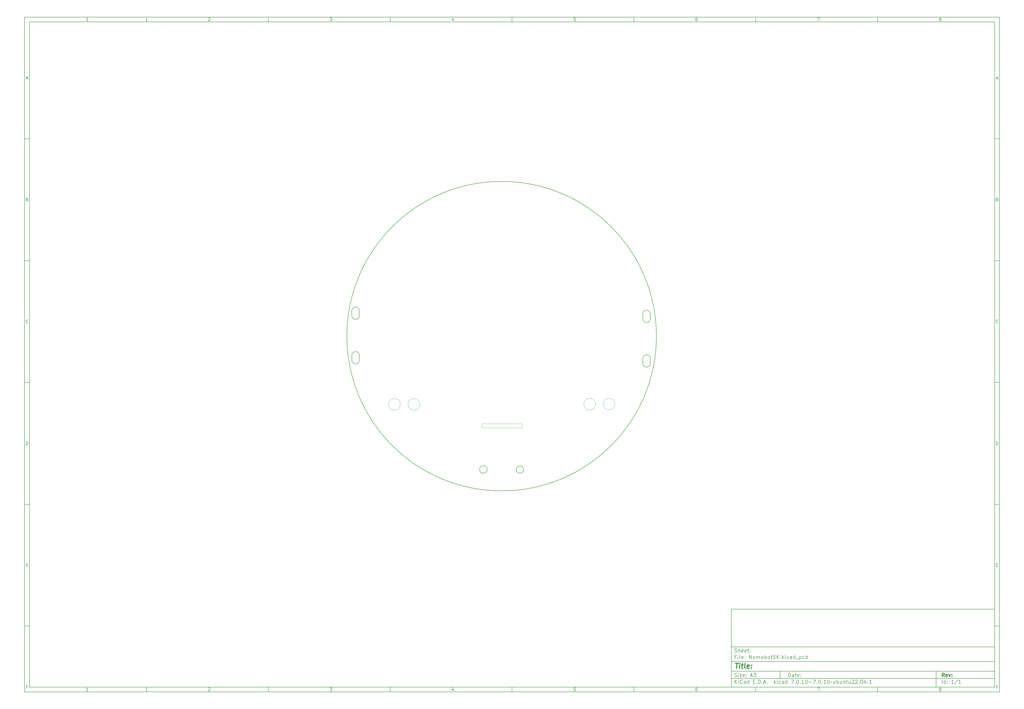
<source format=gbr>
%TF.GenerationSoftware,KiCad,Pcbnew,7.0.10-7.0.10~ubuntu22.04.1*%
%TF.CreationDate,2024-02-07T11:44:02+07:00*%
%TF.ProjectId,NomobotSK,4e6f6d6f-626f-4745-934b-2e6b69636164,rev?*%
%TF.SameCoordinates,Original*%
%TF.FileFunction,Profile,NP*%
%FSLAX46Y46*%
G04 Gerber Fmt 4.6, Leading zero omitted, Abs format (unit mm)*
G04 Created by KiCad (PCBNEW 7.0.10-7.0.10~ubuntu22.04.1) date 2024-02-07 11:44:02*
%MOMM*%
%LPD*%
G01*
G04 APERTURE LIST*
%ADD10C,0.100000*%
%ADD11C,0.150000*%
%ADD12C,0.300000*%
%ADD13C,0.400000*%
%TA.AperFunction,Profile*%
%ADD14C,0.150000*%
%TD*%
%TA.AperFunction,Profile*%
%ADD15C,0.100000*%
%TD*%
%TA.AperFunction,Profile*%
%ADD16C,0.050000*%
%TD*%
G04 APERTURE END LIST*
D10*
D11*
X299989000Y-253002200D02*
X407989000Y-253002200D01*
X407989000Y-285002200D01*
X299989000Y-285002200D01*
X299989000Y-253002200D01*
D10*
D11*
X10000000Y-10000000D02*
X409989000Y-10000000D01*
X409989000Y-287002200D01*
X10000000Y-287002200D01*
X10000000Y-10000000D01*
D10*
D11*
X12000000Y-12000000D02*
X407989000Y-12000000D01*
X407989000Y-285002200D01*
X12000000Y-285002200D01*
X12000000Y-12000000D01*
D10*
D11*
X60000000Y-12000000D02*
X60000000Y-10000000D01*
D10*
D11*
X110000000Y-12000000D02*
X110000000Y-10000000D01*
D10*
D11*
X160000000Y-12000000D02*
X160000000Y-10000000D01*
D10*
D11*
X210000000Y-12000000D02*
X210000000Y-10000000D01*
D10*
D11*
X260000000Y-12000000D02*
X260000000Y-10000000D01*
D10*
D11*
X310000000Y-12000000D02*
X310000000Y-10000000D01*
D10*
D11*
X360000000Y-12000000D02*
X360000000Y-10000000D01*
D10*
D11*
X36089160Y-11593604D02*
X35346303Y-11593604D01*
X35717731Y-11593604D02*
X35717731Y-10293604D01*
X35717731Y-10293604D02*
X35593922Y-10479319D01*
X35593922Y-10479319D02*
X35470112Y-10603128D01*
X35470112Y-10603128D02*
X35346303Y-10665033D01*
D10*
D11*
X85346303Y-10417414D02*
X85408207Y-10355509D01*
X85408207Y-10355509D02*
X85532017Y-10293604D01*
X85532017Y-10293604D02*
X85841541Y-10293604D01*
X85841541Y-10293604D02*
X85965350Y-10355509D01*
X85965350Y-10355509D02*
X86027255Y-10417414D01*
X86027255Y-10417414D02*
X86089160Y-10541223D01*
X86089160Y-10541223D02*
X86089160Y-10665033D01*
X86089160Y-10665033D02*
X86027255Y-10850747D01*
X86027255Y-10850747D02*
X85284398Y-11593604D01*
X85284398Y-11593604D02*
X86089160Y-11593604D01*
D10*
D11*
X135284398Y-10293604D02*
X136089160Y-10293604D01*
X136089160Y-10293604D02*
X135655826Y-10788842D01*
X135655826Y-10788842D02*
X135841541Y-10788842D01*
X135841541Y-10788842D02*
X135965350Y-10850747D01*
X135965350Y-10850747D02*
X136027255Y-10912652D01*
X136027255Y-10912652D02*
X136089160Y-11036461D01*
X136089160Y-11036461D02*
X136089160Y-11345985D01*
X136089160Y-11345985D02*
X136027255Y-11469795D01*
X136027255Y-11469795D02*
X135965350Y-11531700D01*
X135965350Y-11531700D02*
X135841541Y-11593604D01*
X135841541Y-11593604D02*
X135470112Y-11593604D01*
X135470112Y-11593604D02*
X135346303Y-11531700D01*
X135346303Y-11531700D02*
X135284398Y-11469795D01*
D10*
D11*
X185965350Y-10726938D02*
X185965350Y-11593604D01*
X185655826Y-10231700D02*
X185346303Y-11160271D01*
X185346303Y-11160271D02*
X186151064Y-11160271D01*
D10*
D11*
X236027255Y-10293604D02*
X235408207Y-10293604D01*
X235408207Y-10293604D02*
X235346303Y-10912652D01*
X235346303Y-10912652D02*
X235408207Y-10850747D01*
X235408207Y-10850747D02*
X235532017Y-10788842D01*
X235532017Y-10788842D02*
X235841541Y-10788842D01*
X235841541Y-10788842D02*
X235965350Y-10850747D01*
X235965350Y-10850747D02*
X236027255Y-10912652D01*
X236027255Y-10912652D02*
X236089160Y-11036461D01*
X236089160Y-11036461D02*
X236089160Y-11345985D01*
X236089160Y-11345985D02*
X236027255Y-11469795D01*
X236027255Y-11469795D02*
X235965350Y-11531700D01*
X235965350Y-11531700D02*
X235841541Y-11593604D01*
X235841541Y-11593604D02*
X235532017Y-11593604D01*
X235532017Y-11593604D02*
X235408207Y-11531700D01*
X235408207Y-11531700D02*
X235346303Y-11469795D01*
D10*
D11*
X285965350Y-10293604D02*
X285717731Y-10293604D01*
X285717731Y-10293604D02*
X285593922Y-10355509D01*
X285593922Y-10355509D02*
X285532017Y-10417414D01*
X285532017Y-10417414D02*
X285408207Y-10603128D01*
X285408207Y-10603128D02*
X285346303Y-10850747D01*
X285346303Y-10850747D02*
X285346303Y-11345985D01*
X285346303Y-11345985D02*
X285408207Y-11469795D01*
X285408207Y-11469795D02*
X285470112Y-11531700D01*
X285470112Y-11531700D02*
X285593922Y-11593604D01*
X285593922Y-11593604D02*
X285841541Y-11593604D01*
X285841541Y-11593604D02*
X285965350Y-11531700D01*
X285965350Y-11531700D02*
X286027255Y-11469795D01*
X286027255Y-11469795D02*
X286089160Y-11345985D01*
X286089160Y-11345985D02*
X286089160Y-11036461D01*
X286089160Y-11036461D02*
X286027255Y-10912652D01*
X286027255Y-10912652D02*
X285965350Y-10850747D01*
X285965350Y-10850747D02*
X285841541Y-10788842D01*
X285841541Y-10788842D02*
X285593922Y-10788842D01*
X285593922Y-10788842D02*
X285470112Y-10850747D01*
X285470112Y-10850747D02*
X285408207Y-10912652D01*
X285408207Y-10912652D02*
X285346303Y-11036461D01*
D10*
D11*
X335284398Y-10293604D02*
X336151064Y-10293604D01*
X336151064Y-10293604D02*
X335593922Y-11593604D01*
D10*
D11*
X385593922Y-10850747D02*
X385470112Y-10788842D01*
X385470112Y-10788842D02*
X385408207Y-10726938D01*
X385408207Y-10726938D02*
X385346303Y-10603128D01*
X385346303Y-10603128D02*
X385346303Y-10541223D01*
X385346303Y-10541223D02*
X385408207Y-10417414D01*
X385408207Y-10417414D02*
X385470112Y-10355509D01*
X385470112Y-10355509D02*
X385593922Y-10293604D01*
X385593922Y-10293604D02*
X385841541Y-10293604D01*
X385841541Y-10293604D02*
X385965350Y-10355509D01*
X385965350Y-10355509D02*
X386027255Y-10417414D01*
X386027255Y-10417414D02*
X386089160Y-10541223D01*
X386089160Y-10541223D02*
X386089160Y-10603128D01*
X386089160Y-10603128D02*
X386027255Y-10726938D01*
X386027255Y-10726938D02*
X385965350Y-10788842D01*
X385965350Y-10788842D02*
X385841541Y-10850747D01*
X385841541Y-10850747D02*
X385593922Y-10850747D01*
X385593922Y-10850747D02*
X385470112Y-10912652D01*
X385470112Y-10912652D02*
X385408207Y-10974557D01*
X385408207Y-10974557D02*
X385346303Y-11098366D01*
X385346303Y-11098366D02*
X385346303Y-11345985D01*
X385346303Y-11345985D02*
X385408207Y-11469795D01*
X385408207Y-11469795D02*
X385470112Y-11531700D01*
X385470112Y-11531700D02*
X385593922Y-11593604D01*
X385593922Y-11593604D02*
X385841541Y-11593604D01*
X385841541Y-11593604D02*
X385965350Y-11531700D01*
X385965350Y-11531700D02*
X386027255Y-11469795D01*
X386027255Y-11469795D02*
X386089160Y-11345985D01*
X386089160Y-11345985D02*
X386089160Y-11098366D01*
X386089160Y-11098366D02*
X386027255Y-10974557D01*
X386027255Y-10974557D02*
X385965350Y-10912652D01*
X385965350Y-10912652D02*
X385841541Y-10850747D01*
D10*
D11*
X60000000Y-285002200D02*
X60000000Y-287002200D01*
D10*
D11*
X110000000Y-285002200D02*
X110000000Y-287002200D01*
D10*
D11*
X160000000Y-285002200D02*
X160000000Y-287002200D01*
D10*
D11*
X210000000Y-285002200D02*
X210000000Y-287002200D01*
D10*
D11*
X260000000Y-285002200D02*
X260000000Y-287002200D01*
D10*
D11*
X310000000Y-285002200D02*
X310000000Y-287002200D01*
D10*
D11*
X360000000Y-285002200D02*
X360000000Y-287002200D01*
D10*
D11*
X36089160Y-286595804D02*
X35346303Y-286595804D01*
X35717731Y-286595804D02*
X35717731Y-285295804D01*
X35717731Y-285295804D02*
X35593922Y-285481519D01*
X35593922Y-285481519D02*
X35470112Y-285605328D01*
X35470112Y-285605328D02*
X35346303Y-285667233D01*
D10*
D11*
X85346303Y-285419614D02*
X85408207Y-285357709D01*
X85408207Y-285357709D02*
X85532017Y-285295804D01*
X85532017Y-285295804D02*
X85841541Y-285295804D01*
X85841541Y-285295804D02*
X85965350Y-285357709D01*
X85965350Y-285357709D02*
X86027255Y-285419614D01*
X86027255Y-285419614D02*
X86089160Y-285543423D01*
X86089160Y-285543423D02*
X86089160Y-285667233D01*
X86089160Y-285667233D02*
X86027255Y-285852947D01*
X86027255Y-285852947D02*
X85284398Y-286595804D01*
X85284398Y-286595804D02*
X86089160Y-286595804D01*
D10*
D11*
X135284398Y-285295804D02*
X136089160Y-285295804D01*
X136089160Y-285295804D02*
X135655826Y-285791042D01*
X135655826Y-285791042D02*
X135841541Y-285791042D01*
X135841541Y-285791042D02*
X135965350Y-285852947D01*
X135965350Y-285852947D02*
X136027255Y-285914852D01*
X136027255Y-285914852D02*
X136089160Y-286038661D01*
X136089160Y-286038661D02*
X136089160Y-286348185D01*
X136089160Y-286348185D02*
X136027255Y-286471995D01*
X136027255Y-286471995D02*
X135965350Y-286533900D01*
X135965350Y-286533900D02*
X135841541Y-286595804D01*
X135841541Y-286595804D02*
X135470112Y-286595804D01*
X135470112Y-286595804D02*
X135346303Y-286533900D01*
X135346303Y-286533900D02*
X135284398Y-286471995D01*
D10*
D11*
X185965350Y-285729138D02*
X185965350Y-286595804D01*
X185655826Y-285233900D02*
X185346303Y-286162471D01*
X185346303Y-286162471D02*
X186151064Y-286162471D01*
D10*
D11*
X236027255Y-285295804D02*
X235408207Y-285295804D01*
X235408207Y-285295804D02*
X235346303Y-285914852D01*
X235346303Y-285914852D02*
X235408207Y-285852947D01*
X235408207Y-285852947D02*
X235532017Y-285791042D01*
X235532017Y-285791042D02*
X235841541Y-285791042D01*
X235841541Y-285791042D02*
X235965350Y-285852947D01*
X235965350Y-285852947D02*
X236027255Y-285914852D01*
X236027255Y-285914852D02*
X236089160Y-286038661D01*
X236089160Y-286038661D02*
X236089160Y-286348185D01*
X236089160Y-286348185D02*
X236027255Y-286471995D01*
X236027255Y-286471995D02*
X235965350Y-286533900D01*
X235965350Y-286533900D02*
X235841541Y-286595804D01*
X235841541Y-286595804D02*
X235532017Y-286595804D01*
X235532017Y-286595804D02*
X235408207Y-286533900D01*
X235408207Y-286533900D02*
X235346303Y-286471995D01*
D10*
D11*
X285965350Y-285295804D02*
X285717731Y-285295804D01*
X285717731Y-285295804D02*
X285593922Y-285357709D01*
X285593922Y-285357709D02*
X285532017Y-285419614D01*
X285532017Y-285419614D02*
X285408207Y-285605328D01*
X285408207Y-285605328D02*
X285346303Y-285852947D01*
X285346303Y-285852947D02*
X285346303Y-286348185D01*
X285346303Y-286348185D02*
X285408207Y-286471995D01*
X285408207Y-286471995D02*
X285470112Y-286533900D01*
X285470112Y-286533900D02*
X285593922Y-286595804D01*
X285593922Y-286595804D02*
X285841541Y-286595804D01*
X285841541Y-286595804D02*
X285965350Y-286533900D01*
X285965350Y-286533900D02*
X286027255Y-286471995D01*
X286027255Y-286471995D02*
X286089160Y-286348185D01*
X286089160Y-286348185D02*
X286089160Y-286038661D01*
X286089160Y-286038661D02*
X286027255Y-285914852D01*
X286027255Y-285914852D02*
X285965350Y-285852947D01*
X285965350Y-285852947D02*
X285841541Y-285791042D01*
X285841541Y-285791042D02*
X285593922Y-285791042D01*
X285593922Y-285791042D02*
X285470112Y-285852947D01*
X285470112Y-285852947D02*
X285408207Y-285914852D01*
X285408207Y-285914852D02*
X285346303Y-286038661D01*
D10*
D11*
X335284398Y-285295804D02*
X336151064Y-285295804D01*
X336151064Y-285295804D02*
X335593922Y-286595804D01*
D10*
D11*
X385593922Y-285852947D02*
X385470112Y-285791042D01*
X385470112Y-285791042D02*
X385408207Y-285729138D01*
X385408207Y-285729138D02*
X385346303Y-285605328D01*
X385346303Y-285605328D02*
X385346303Y-285543423D01*
X385346303Y-285543423D02*
X385408207Y-285419614D01*
X385408207Y-285419614D02*
X385470112Y-285357709D01*
X385470112Y-285357709D02*
X385593922Y-285295804D01*
X385593922Y-285295804D02*
X385841541Y-285295804D01*
X385841541Y-285295804D02*
X385965350Y-285357709D01*
X385965350Y-285357709D02*
X386027255Y-285419614D01*
X386027255Y-285419614D02*
X386089160Y-285543423D01*
X386089160Y-285543423D02*
X386089160Y-285605328D01*
X386089160Y-285605328D02*
X386027255Y-285729138D01*
X386027255Y-285729138D02*
X385965350Y-285791042D01*
X385965350Y-285791042D02*
X385841541Y-285852947D01*
X385841541Y-285852947D02*
X385593922Y-285852947D01*
X385593922Y-285852947D02*
X385470112Y-285914852D01*
X385470112Y-285914852D02*
X385408207Y-285976757D01*
X385408207Y-285976757D02*
X385346303Y-286100566D01*
X385346303Y-286100566D02*
X385346303Y-286348185D01*
X385346303Y-286348185D02*
X385408207Y-286471995D01*
X385408207Y-286471995D02*
X385470112Y-286533900D01*
X385470112Y-286533900D02*
X385593922Y-286595804D01*
X385593922Y-286595804D02*
X385841541Y-286595804D01*
X385841541Y-286595804D02*
X385965350Y-286533900D01*
X385965350Y-286533900D02*
X386027255Y-286471995D01*
X386027255Y-286471995D02*
X386089160Y-286348185D01*
X386089160Y-286348185D02*
X386089160Y-286100566D01*
X386089160Y-286100566D02*
X386027255Y-285976757D01*
X386027255Y-285976757D02*
X385965350Y-285914852D01*
X385965350Y-285914852D02*
X385841541Y-285852947D01*
D10*
D11*
X10000000Y-60000000D02*
X12000000Y-60000000D01*
D10*
D11*
X10000000Y-110000000D02*
X12000000Y-110000000D01*
D10*
D11*
X10000000Y-160000000D02*
X12000000Y-160000000D01*
D10*
D11*
X10000000Y-210000000D02*
X12000000Y-210000000D01*
D10*
D11*
X10000000Y-260000000D02*
X12000000Y-260000000D01*
D10*
D11*
X10690476Y-35222176D02*
X11309523Y-35222176D01*
X10566666Y-35593604D02*
X10999999Y-34293604D01*
X10999999Y-34293604D02*
X11433333Y-35593604D01*
D10*
D11*
X11092857Y-84912652D02*
X11278571Y-84974557D01*
X11278571Y-84974557D02*
X11340476Y-85036461D01*
X11340476Y-85036461D02*
X11402380Y-85160271D01*
X11402380Y-85160271D02*
X11402380Y-85345985D01*
X11402380Y-85345985D02*
X11340476Y-85469795D01*
X11340476Y-85469795D02*
X11278571Y-85531700D01*
X11278571Y-85531700D02*
X11154761Y-85593604D01*
X11154761Y-85593604D02*
X10659523Y-85593604D01*
X10659523Y-85593604D02*
X10659523Y-84293604D01*
X10659523Y-84293604D02*
X11092857Y-84293604D01*
X11092857Y-84293604D02*
X11216666Y-84355509D01*
X11216666Y-84355509D02*
X11278571Y-84417414D01*
X11278571Y-84417414D02*
X11340476Y-84541223D01*
X11340476Y-84541223D02*
X11340476Y-84665033D01*
X11340476Y-84665033D02*
X11278571Y-84788842D01*
X11278571Y-84788842D02*
X11216666Y-84850747D01*
X11216666Y-84850747D02*
X11092857Y-84912652D01*
X11092857Y-84912652D02*
X10659523Y-84912652D01*
D10*
D11*
X11402380Y-135469795D02*
X11340476Y-135531700D01*
X11340476Y-135531700D02*
X11154761Y-135593604D01*
X11154761Y-135593604D02*
X11030952Y-135593604D01*
X11030952Y-135593604D02*
X10845238Y-135531700D01*
X10845238Y-135531700D02*
X10721428Y-135407890D01*
X10721428Y-135407890D02*
X10659523Y-135284080D01*
X10659523Y-135284080D02*
X10597619Y-135036461D01*
X10597619Y-135036461D02*
X10597619Y-134850747D01*
X10597619Y-134850747D02*
X10659523Y-134603128D01*
X10659523Y-134603128D02*
X10721428Y-134479319D01*
X10721428Y-134479319D02*
X10845238Y-134355509D01*
X10845238Y-134355509D02*
X11030952Y-134293604D01*
X11030952Y-134293604D02*
X11154761Y-134293604D01*
X11154761Y-134293604D02*
X11340476Y-134355509D01*
X11340476Y-134355509D02*
X11402380Y-134417414D01*
D10*
D11*
X10659523Y-185593604D02*
X10659523Y-184293604D01*
X10659523Y-184293604D02*
X10969047Y-184293604D01*
X10969047Y-184293604D02*
X11154761Y-184355509D01*
X11154761Y-184355509D02*
X11278571Y-184479319D01*
X11278571Y-184479319D02*
X11340476Y-184603128D01*
X11340476Y-184603128D02*
X11402380Y-184850747D01*
X11402380Y-184850747D02*
X11402380Y-185036461D01*
X11402380Y-185036461D02*
X11340476Y-185284080D01*
X11340476Y-185284080D02*
X11278571Y-185407890D01*
X11278571Y-185407890D02*
X11154761Y-185531700D01*
X11154761Y-185531700D02*
X10969047Y-185593604D01*
X10969047Y-185593604D02*
X10659523Y-185593604D01*
D10*
D11*
X10721428Y-234912652D02*
X11154762Y-234912652D01*
X11340476Y-235593604D02*
X10721428Y-235593604D01*
X10721428Y-235593604D02*
X10721428Y-234293604D01*
X10721428Y-234293604D02*
X11340476Y-234293604D01*
D10*
D11*
X11185714Y-284912652D02*
X10752380Y-284912652D01*
X10752380Y-285593604D02*
X10752380Y-284293604D01*
X10752380Y-284293604D02*
X11371428Y-284293604D01*
D10*
D11*
X409989000Y-60000000D02*
X407989000Y-60000000D01*
D10*
D11*
X409989000Y-110000000D02*
X407989000Y-110000000D01*
D10*
D11*
X409989000Y-160000000D02*
X407989000Y-160000000D01*
D10*
D11*
X409989000Y-210000000D02*
X407989000Y-210000000D01*
D10*
D11*
X409989000Y-260000000D02*
X407989000Y-260000000D01*
D10*
D11*
X408679476Y-35222176D02*
X409298523Y-35222176D01*
X408555666Y-35593604D02*
X408988999Y-34293604D01*
X408988999Y-34293604D02*
X409422333Y-35593604D01*
D10*
D11*
X409081857Y-84912652D02*
X409267571Y-84974557D01*
X409267571Y-84974557D02*
X409329476Y-85036461D01*
X409329476Y-85036461D02*
X409391380Y-85160271D01*
X409391380Y-85160271D02*
X409391380Y-85345985D01*
X409391380Y-85345985D02*
X409329476Y-85469795D01*
X409329476Y-85469795D02*
X409267571Y-85531700D01*
X409267571Y-85531700D02*
X409143761Y-85593604D01*
X409143761Y-85593604D02*
X408648523Y-85593604D01*
X408648523Y-85593604D02*
X408648523Y-84293604D01*
X408648523Y-84293604D02*
X409081857Y-84293604D01*
X409081857Y-84293604D02*
X409205666Y-84355509D01*
X409205666Y-84355509D02*
X409267571Y-84417414D01*
X409267571Y-84417414D02*
X409329476Y-84541223D01*
X409329476Y-84541223D02*
X409329476Y-84665033D01*
X409329476Y-84665033D02*
X409267571Y-84788842D01*
X409267571Y-84788842D02*
X409205666Y-84850747D01*
X409205666Y-84850747D02*
X409081857Y-84912652D01*
X409081857Y-84912652D02*
X408648523Y-84912652D01*
D10*
D11*
X409391380Y-135469795D02*
X409329476Y-135531700D01*
X409329476Y-135531700D02*
X409143761Y-135593604D01*
X409143761Y-135593604D02*
X409019952Y-135593604D01*
X409019952Y-135593604D02*
X408834238Y-135531700D01*
X408834238Y-135531700D02*
X408710428Y-135407890D01*
X408710428Y-135407890D02*
X408648523Y-135284080D01*
X408648523Y-135284080D02*
X408586619Y-135036461D01*
X408586619Y-135036461D02*
X408586619Y-134850747D01*
X408586619Y-134850747D02*
X408648523Y-134603128D01*
X408648523Y-134603128D02*
X408710428Y-134479319D01*
X408710428Y-134479319D02*
X408834238Y-134355509D01*
X408834238Y-134355509D02*
X409019952Y-134293604D01*
X409019952Y-134293604D02*
X409143761Y-134293604D01*
X409143761Y-134293604D02*
X409329476Y-134355509D01*
X409329476Y-134355509D02*
X409391380Y-134417414D01*
D10*
D11*
X408648523Y-185593604D02*
X408648523Y-184293604D01*
X408648523Y-184293604D02*
X408958047Y-184293604D01*
X408958047Y-184293604D02*
X409143761Y-184355509D01*
X409143761Y-184355509D02*
X409267571Y-184479319D01*
X409267571Y-184479319D02*
X409329476Y-184603128D01*
X409329476Y-184603128D02*
X409391380Y-184850747D01*
X409391380Y-184850747D02*
X409391380Y-185036461D01*
X409391380Y-185036461D02*
X409329476Y-185284080D01*
X409329476Y-185284080D02*
X409267571Y-185407890D01*
X409267571Y-185407890D02*
X409143761Y-185531700D01*
X409143761Y-185531700D02*
X408958047Y-185593604D01*
X408958047Y-185593604D02*
X408648523Y-185593604D01*
D10*
D11*
X408710428Y-234912652D02*
X409143762Y-234912652D01*
X409329476Y-235593604D02*
X408710428Y-235593604D01*
X408710428Y-235593604D02*
X408710428Y-234293604D01*
X408710428Y-234293604D02*
X409329476Y-234293604D01*
D10*
D11*
X409174714Y-284912652D02*
X408741380Y-284912652D01*
X408741380Y-285593604D02*
X408741380Y-284293604D01*
X408741380Y-284293604D02*
X409360428Y-284293604D01*
D10*
D11*
X323444826Y-280788328D02*
X323444826Y-279288328D01*
X323444826Y-279288328D02*
X323801969Y-279288328D01*
X323801969Y-279288328D02*
X324016255Y-279359757D01*
X324016255Y-279359757D02*
X324159112Y-279502614D01*
X324159112Y-279502614D02*
X324230541Y-279645471D01*
X324230541Y-279645471D02*
X324301969Y-279931185D01*
X324301969Y-279931185D02*
X324301969Y-280145471D01*
X324301969Y-280145471D02*
X324230541Y-280431185D01*
X324230541Y-280431185D02*
X324159112Y-280574042D01*
X324159112Y-280574042D02*
X324016255Y-280716900D01*
X324016255Y-280716900D02*
X323801969Y-280788328D01*
X323801969Y-280788328D02*
X323444826Y-280788328D01*
X325587684Y-280788328D02*
X325587684Y-280002614D01*
X325587684Y-280002614D02*
X325516255Y-279859757D01*
X325516255Y-279859757D02*
X325373398Y-279788328D01*
X325373398Y-279788328D02*
X325087684Y-279788328D01*
X325087684Y-279788328D02*
X324944826Y-279859757D01*
X325587684Y-280716900D02*
X325444826Y-280788328D01*
X325444826Y-280788328D02*
X325087684Y-280788328D01*
X325087684Y-280788328D02*
X324944826Y-280716900D01*
X324944826Y-280716900D02*
X324873398Y-280574042D01*
X324873398Y-280574042D02*
X324873398Y-280431185D01*
X324873398Y-280431185D02*
X324944826Y-280288328D01*
X324944826Y-280288328D02*
X325087684Y-280216900D01*
X325087684Y-280216900D02*
X325444826Y-280216900D01*
X325444826Y-280216900D02*
X325587684Y-280145471D01*
X326087684Y-279788328D02*
X326659112Y-279788328D01*
X326301969Y-279288328D02*
X326301969Y-280574042D01*
X326301969Y-280574042D02*
X326373398Y-280716900D01*
X326373398Y-280716900D02*
X326516255Y-280788328D01*
X326516255Y-280788328D02*
X326659112Y-280788328D01*
X327730541Y-280716900D02*
X327587684Y-280788328D01*
X327587684Y-280788328D02*
X327301970Y-280788328D01*
X327301970Y-280788328D02*
X327159112Y-280716900D01*
X327159112Y-280716900D02*
X327087684Y-280574042D01*
X327087684Y-280574042D02*
X327087684Y-280002614D01*
X327087684Y-280002614D02*
X327159112Y-279859757D01*
X327159112Y-279859757D02*
X327301970Y-279788328D01*
X327301970Y-279788328D02*
X327587684Y-279788328D01*
X327587684Y-279788328D02*
X327730541Y-279859757D01*
X327730541Y-279859757D02*
X327801970Y-280002614D01*
X327801970Y-280002614D02*
X327801970Y-280145471D01*
X327801970Y-280145471D02*
X327087684Y-280288328D01*
X328444826Y-280645471D02*
X328516255Y-280716900D01*
X328516255Y-280716900D02*
X328444826Y-280788328D01*
X328444826Y-280788328D02*
X328373398Y-280716900D01*
X328373398Y-280716900D02*
X328444826Y-280645471D01*
X328444826Y-280645471D02*
X328444826Y-280788328D01*
X328444826Y-279859757D02*
X328516255Y-279931185D01*
X328516255Y-279931185D02*
X328444826Y-280002614D01*
X328444826Y-280002614D02*
X328373398Y-279931185D01*
X328373398Y-279931185D02*
X328444826Y-279859757D01*
X328444826Y-279859757D02*
X328444826Y-280002614D01*
D10*
D11*
X299989000Y-281502200D02*
X407989000Y-281502200D01*
D10*
D11*
X301444826Y-283588328D02*
X301444826Y-282088328D01*
X302301969Y-283588328D02*
X301659112Y-282731185D01*
X302301969Y-282088328D02*
X301444826Y-282945471D01*
X302944826Y-283588328D02*
X302944826Y-282588328D01*
X302944826Y-282088328D02*
X302873398Y-282159757D01*
X302873398Y-282159757D02*
X302944826Y-282231185D01*
X302944826Y-282231185D02*
X303016255Y-282159757D01*
X303016255Y-282159757D02*
X302944826Y-282088328D01*
X302944826Y-282088328D02*
X302944826Y-282231185D01*
X304516255Y-283445471D02*
X304444827Y-283516900D01*
X304444827Y-283516900D02*
X304230541Y-283588328D01*
X304230541Y-283588328D02*
X304087684Y-283588328D01*
X304087684Y-283588328D02*
X303873398Y-283516900D01*
X303873398Y-283516900D02*
X303730541Y-283374042D01*
X303730541Y-283374042D02*
X303659112Y-283231185D01*
X303659112Y-283231185D02*
X303587684Y-282945471D01*
X303587684Y-282945471D02*
X303587684Y-282731185D01*
X303587684Y-282731185D02*
X303659112Y-282445471D01*
X303659112Y-282445471D02*
X303730541Y-282302614D01*
X303730541Y-282302614D02*
X303873398Y-282159757D01*
X303873398Y-282159757D02*
X304087684Y-282088328D01*
X304087684Y-282088328D02*
X304230541Y-282088328D01*
X304230541Y-282088328D02*
X304444827Y-282159757D01*
X304444827Y-282159757D02*
X304516255Y-282231185D01*
X305801970Y-283588328D02*
X305801970Y-282802614D01*
X305801970Y-282802614D02*
X305730541Y-282659757D01*
X305730541Y-282659757D02*
X305587684Y-282588328D01*
X305587684Y-282588328D02*
X305301970Y-282588328D01*
X305301970Y-282588328D02*
X305159112Y-282659757D01*
X305801970Y-283516900D02*
X305659112Y-283588328D01*
X305659112Y-283588328D02*
X305301970Y-283588328D01*
X305301970Y-283588328D02*
X305159112Y-283516900D01*
X305159112Y-283516900D02*
X305087684Y-283374042D01*
X305087684Y-283374042D02*
X305087684Y-283231185D01*
X305087684Y-283231185D02*
X305159112Y-283088328D01*
X305159112Y-283088328D02*
X305301970Y-283016900D01*
X305301970Y-283016900D02*
X305659112Y-283016900D01*
X305659112Y-283016900D02*
X305801970Y-282945471D01*
X307159113Y-283588328D02*
X307159113Y-282088328D01*
X307159113Y-283516900D02*
X307016255Y-283588328D01*
X307016255Y-283588328D02*
X306730541Y-283588328D01*
X306730541Y-283588328D02*
X306587684Y-283516900D01*
X306587684Y-283516900D02*
X306516255Y-283445471D01*
X306516255Y-283445471D02*
X306444827Y-283302614D01*
X306444827Y-283302614D02*
X306444827Y-282874042D01*
X306444827Y-282874042D02*
X306516255Y-282731185D01*
X306516255Y-282731185D02*
X306587684Y-282659757D01*
X306587684Y-282659757D02*
X306730541Y-282588328D01*
X306730541Y-282588328D02*
X307016255Y-282588328D01*
X307016255Y-282588328D02*
X307159113Y-282659757D01*
X309016255Y-282802614D02*
X309516255Y-282802614D01*
X309730541Y-283588328D02*
X309016255Y-283588328D01*
X309016255Y-283588328D02*
X309016255Y-282088328D01*
X309016255Y-282088328D02*
X309730541Y-282088328D01*
X310373398Y-283445471D02*
X310444827Y-283516900D01*
X310444827Y-283516900D02*
X310373398Y-283588328D01*
X310373398Y-283588328D02*
X310301970Y-283516900D01*
X310301970Y-283516900D02*
X310373398Y-283445471D01*
X310373398Y-283445471D02*
X310373398Y-283588328D01*
X311087684Y-283588328D02*
X311087684Y-282088328D01*
X311087684Y-282088328D02*
X311444827Y-282088328D01*
X311444827Y-282088328D02*
X311659113Y-282159757D01*
X311659113Y-282159757D02*
X311801970Y-282302614D01*
X311801970Y-282302614D02*
X311873399Y-282445471D01*
X311873399Y-282445471D02*
X311944827Y-282731185D01*
X311944827Y-282731185D02*
X311944827Y-282945471D01*
X311944827Y-282945471D02*
X311873399Y-283231185D01*
X311873399Y-283231185D02*
X311801970Y-283374042D01*
X311801970Y-283374042D02*
X311659113Y-283516900D01*
X311659113Y-283516900D02*
X311444827Y-283588328D01*
X311444827Y-283588328D02*
X311087684Y-283588328D01*
X312587684Y-283445471D02*
X312659113Y-283516900D01*
X312659113Y-283516900D02*
X312587684Y-283588328D01*
X312587684Y-283588328D02*
X312516256Y-283516900D01*
X312516256Y-283516900D02*
X312587684Y-283445471D01*
X312587684Y-283445471D02*
X312587684Y-283588328D01*
X313230542Y-283159757D02*
X313944828Y-283159757D01*
X313087685Y-283588328D02*
X313587685Y-282088328D01*
X313587685Y-282088328D02*
X314087685Y-283588328D01*
X314587684Y-283445471D02*
X314659113Y-283516900D01*
X314659113Y-283516900D02*
X314587684Y-283588328D01*
X314587684Y-283588328D02*
X314516256Y-283516900D01*
X314516256Y-283516900D02*
X314587684Y-283445471D01*
X314587684Y-283445471D02*
X314587684Y-283588328D01*
X317587684Y-283588328D02*
X317587684Y-282088328D01*
X317730542Y-283016900D02*
X318159113Y-283588328D01*
X318159113Y-282588328D02*
X317587684Y-283159757D01*
X318801970Y-283588328D02*
X318801970Y-282588328D01*
X318801970Y-282088328D02*
X318730542Y-282159757D01*
X318730542Y-282159757D02*
X318801970Y-282231185D01*
X318801970Y-282231185D02*
X318873399Y-282159757D01*
X318873399Y-282159757D02*
X318801970Y-282088328D01*
X318801970Y-282088328D02*
X318801970Y-282231185D01*
X320159114Y-283516900D02*
X320016256Y-283588328D01*
X320016256Y-283588328D02*
X319730542Y-283588328D01*
X319730542Y-283588328D02*
X319587685Y-283516900D01*
X319587685Y-283516900D02*
X319516256Y-283445471D01*
X319516256Y-283445471D02*
X319444828Y-283302614D01*
X319444828Y-283302614D02*
X319444828Y-282874042D01*
X319444828Y-282874042D02*
X319516256Y-282731185D01*
X319516256Y-282731185D02*
X319587685Y-282659757D01*
X319587685Y-282659757D02*
X319730542Y-282588328D01*
X319730542Y-282588328D02*
X320016256Y-282588328D01*
X320016256Y-282588328D02*
X320159114Y-282659757D01*
X321444828Y-283588328D02*
X321444828Y-282802614D01*
X321444828Y-282802614D02*
X321373399Y-282659757D01*
X321373399Y-282659757D02*
X321230542Y-282588328D01*
X321230542Y-282588328D02*
X320944828Y-282588328D01*
X320944828Y-282588328D02*
X320801970Y-282659757D01*
X321444828Y-283516900D02*
X321301970Y-283588328D01*
X321301970Y-283588328D02*
X320944828Y-283588328D01*
X320944828Y-283588328D02*
X320801970Y-283516900D01*
X320801970Y-283516900D02*
X320730542Y-283374042D01*
X320730542Y-283374042D02*
X320730542Y-283231185D01*
X320730542Y-283231185D02*
X320801970Y-283088328D01*
X320801970Y-283088328D02*
X320944828Y-283016900D01*
X320944828Y-283016900D02*
X321301970Y-283016900D01*
X321301970Y-283016900D02*
X321444828Y-282945471D01*
X322801971Y-283588328D02*
X322801971Y-282088328D01*
X322801971Y-283516900D02*
X322659113Y-283588328D01*
X322659113Y-283588328D02*
X322373399Y-283588328D01*
X322373399Y-283588328D02*
X322230542Y-283516900D01*
X322230542Y-283516900D02*
X322159113Y-283445471D01*
X322159113Y-283445471D02*
X322087685Y-283302614D01*
X322087685Y-283302614D02*
X322087685Y-282874042D01*
X322087685Y-282874042D02*
X322159113Y-282731185D01*
X322159113Y-282731185D02*
X322230542Y-282659757D01*
X322230542Y-282659757D02*
X322373399Y-282588328D01*
X322373399Y-282588328D02*
X322659113Y-282588328D01*
X322659113Y-282588328D02*
X322801971Y-282659757D01*
X324516256Y-282088328D02*
X325516256Y-282088328D01*
X325516256Y-282088328D02*
X324873399Y-283588328D01*
X326087684Y-283445471D02*
X326159113Y-283516900D01*
X326159113Y-283516900D02*
X326087684Y-283588328D01*
X326087684Y-283588328D02*
X326016256Y-283516900D01*
X326016256Y-283516900D02*
X326087684Y-283445471D01*
X326087684Y-283445471D02*
X326087684Y-283588328D01*
X327087685Y-282088328D02*
X327230542Y-282088328D01*
X327230542Y-282088328D02*
X327373399Y-282159757D01*
X327373399Y-282159757D02*
X327444828Y-282231185D01*
X327444828Y-282231185D02*
X327516256Y-282374042D01*
X327516256Y-282374042D02*
X327587685Y-282659757D01*
X327587685Y-282659757D02*
X327587685Y-283016900D01*
X327587685Y-283016900D02*
X327516256Y-283302614D01*
X327516256Y-283302614D02*
X327444828Y-283445471D01*
X327444828Y-283445471D02*
X327373399Y-283516900D01*
X327373399Y-283516900D02*
X327230542Y-283588328D01*
X327230542Y-283588328D02*
X327087685Y-283588328D01*
X327087685Y-283588328D02*
X326944828Y-283516900D01*
X326944828Y-283516900D02*
X326873399Y-283445471D01*
X326873399Y-283445471D02*
X326801970Y-283302614D01*
X326801970Y-283302614D02*
X326730542Y-283016900D01*
X326730542Y-283016900D02*
X326730542Y-282659757D01*
X326730542Y-282659757D02*
X326801970Y-282374042D01*
X326801970Y-282374042D02*
X326873399Y-282231185D01*
X326873399Y-282231185D02*
X326944828Y-282159757D01*
X326944828Y-282159757D02*
X327087685Y-282088328D01*
X328230541Y-283445471D02*
X328301970Y-283516900D01*
X328301970Y-283516900D02*
X328230541Y-283588328D01*
X328230541Y-283588328D02*
X328159113Y-283516900D01*
X328159113Y-283516900D02*
X328230541Y-283445471D01*
X328230541Y-283445471D02*
X328230541Y-283588328D01*
X329730542Y-283588328D02*
X328873399Y-283588328D01*
X329301970Y-283588328D02*
X329301970Y-282088328D01*
X329301970Y-282088328D02*
X329159113Y-282302614D01*
X329159113Y-282302614D02*
X329016256Y-282445471D01*
X329016256Y-282445471D02*
X328873399Y-282516900D01*
X330659113Y-282088328D02*
X330801970Y-282088328D01*
X330801970Y-282088328D02*
X330944827Y-282159757D01*
X330944827Y-282159757D02*
X331016256Y-282231185D01*
X331016256Y-282231185D02*
X331087684Y-282374042D01*
X331087684Y-282374042D02*
X331159113Y-282659757D01*
X331159113Y-282659757D02*
X331159113Y-283016900D01*
X331159113Y-283016900D02*
X331087684Y-283302614D01*
X331087684Y-283302614D02*
X331016256Y-283445471D01*
X331016256Y-283445471D02*
X330944827Y-283516900D01*
X330944827Y-283516900D02*
X330801970Y-283588328D01*
X330801970Y-283588328D02*
X330659113Y-283588328D01*
X330659113Y-283588328D02*
X330516256Y-283516900D01*
X330516256Y-283516900D02*
X330444827Y-283445471D01*
X330444827Y-283445471D02*
X330373398Y-283302614D01*
X330373398Y-283302614D02*
X330301970Y-283016900D01*
X330301970Y-283016900D02*
X330301970Y-282659757D01*
X330301970Y-282659757D02*
X330373398Y-282374042D01*
X330373398Y-282374042D02*
X330444827Y-282231185D01*
X330444827Y-282231185D02*
X330516256Y-282159757D01*
X330516256Y-282159757D02*
X330659113Y-282088328D01*
X331801969Y-283016900D02*
X332944827Y-283016900D01*
X333516255Y-282088328D02*
X334516255Y-282088328D01*
X334516255Y-282088328D02*
X333873398Y-283588328D01*
X335087683Y-283445471D02*
X335159112Y-283516900D01*
X335159112Y-283516900D02*
X335087683Y-283588328D01*
X335087683Y-283588328D02*
X335016255Y-283516900D01*
X335016255Y-283516900D02*
X335087683Y-283445471D01*
X335087683Y-283445471D02*
X335087683Y-283588328D01*
X336087684Y-282088328D02*
X336230541Y-282088328D01*
X336230541Y-282088328D02*
X336373398Y-282159757D01*
X336373398Y-282159757D02*
X336444827Y-282231185D01*
X336444827Y-282231185D02*
X336516255Y-282374042D01*
X336516255Y-282374042D02*
X336587684Y-282659757D01*
X336587684Y-282659757D02*
X336587684Y-283016900D01*
X336587684Y-283016900D02*
X336516255Y-283302614D01*
X336516255Y-283302614D02*
X336444827Y-283445471D01*
X336444827Y-283445471D02*
X336373398Y-283516900D01*
X336373398Y-283516900D02*
X336230541Y-283588328D01*
X336230541Y-283588328D02*
X336087684Y-283588328D01*
X336087684Y-283588328D02*
X335944827Y-283516900D01*
X335944827Y-283516900D02*
X335873398Y-283445471D01*
X335873398Y-283445471D02*
X335801969Y-283302614D01*
X335801969Y-283302614D02*
X335730541Y-283016900D01*
X335730541Y-283016900D02*
X335730541Y-282659757D01*
X335730541Y-282659757D02*
X335801969Y-282374042D01*
X335801969Y-282374042D02*
X335873398Y-282231185D01*
X335873398Y-282231185D02*
X335944827Y-282159757D01*
X335944827Y-282159757D02*
X336087684Y-282088328D01*
X337230540Y-283445471D02*
X337301969Y-283516900D01*
X337301969Y-283516900D02*
X337230540Y-283588328D01*
X337230540Y-283588328D02*
X337159112Y-283516900D01*
X337159112Y-283516900D02*
X337230540Y-283445471D01*
X337230540Y-283445471D02*
X337230540Y-283588328D01*
X338730541Y-283588328D02*
X337873398Y-283588328D01*
X338301969Y-283588328D02*
X338301969Y-282088328D01*
X338301969Y-282088328D02*
X338159112Y-282302614D01*
X338159112Y-282302614D02*
X338016255Y-282445471D01*
X338016255Y-282445471D02*
X337873398Y-282516900D01*
X339659112Y-282088328D02*
X339801969Y-282088328D01*
X339801969Y-282088328D02*
X339944826Y-282159757D01*
X339944826Y-282159757D02*
X340016255Y-282231185D01*
X340016255Y-282231185D02*
X340087683Y-282374042D01*
X340087683Y-282374042D02*
X340159112Y-282659757D01*
X340159112Y-282659757D02*
X340159112Y-283016900D01*
X340159112Y-283016900D02*
X340087683Y-283302614D01*
X340087683Y-283302614D02*
X340016255Y-283445471D01*
X340016255Y-283445471D02*
X339944826Y-283516900D01*
X339944826Y-283516900D02*
X339801969Y-283588328D01*
X339801969Y-283588328D02*
X339659112Y-283588328D01*
X339659112Y-283588328D02*
X339516255Y-283516900D01*
X339516255Y-283516900D02*
X339444826Y-283445471D01*
X339444826Y-283445471D02*
X339373397Y-283302614D01*
X339373397Y-283302614D02*
X339301969Y-283016900D01*
X339301969Y-283016900D02*
X339301969Y-282659757D01*
X339301969Y-282659757D02*
X339373397Y-282374042D01*
X339373397Y-282374042D02*
X339444826Y-282231185D01*
X339444826Y-282231185D02*
X339516255Y-282159757D01*
X339516255Y-282159757D02*
X339659112Y-282088328D01*
X340587683Y-283016900D02*
X340659111Y-282945471D01*
X340659111Y-282945471D02*
X340801968Y-282874042D01*
X340801968Y-282874042D02*
X341087683Y-283016900D01*
X341087683Y-283016900D02*
X341230540Y-282945471D01*
X341230540Y-282945471D02*
X341301968Y-282874042D01*
X342516255Y-282588328D02*
X342516255Y-283588328D01*
X341873397Y-282588328D02*
X341873397Y-283374042D01*
X341873397Y-283374042D02*
X341944826Y-283516900D01*
X341944826Y-283516900D02*
X342087683Y-283588328D01*
X342087683Y-283588328D02*
X342301969Y-283588328D01*
X342301969Y-283588328D02*
X342444826Y-283516900D01*
X342444826Y-283516900D02*
X342516255Y-283445471D01*
X343230540Y-283588328D02*
X343230540Y-282088328D01*
X343230540Y-282659757D02*
X343373398Y-282588328D01*
X343373398Y-282588328D02*
X343659112Y-282588328D01*
X343659112Y-282588328D02*
X343801969Y-282659757D01*
X343801969Y-282659757D02*
X343873398Y-282731185D01*
X343873398Y-282731185D02*
X343944826Y-282874042D01*
X343944826Y-282874042D02*
X343944826Y-283302614D01*
X343944826Y-283302614D02*
X343873398Y-283445471D01*
X343873398Y-283445471D02*
X343801969Y-283516900D01*
X343801969Y-283516900D02*
X343659112Y-283588328D01*
X343659112Y-283588328D02*
X343373398Y-283588328D01*
X343373398Y-283588328D02*
X343230540Y-283516900D01*
X345230541Y-282588328D02*
X345230541Y-283588328D01*
X344587683Y-282588328D02*
X344587683Y-283374042D01*
X344587683Y-283374042D02*
X344659112Y-283516900D01*
X344659112Y-283516900D02*
X344801969Y-283588328D01*
X344801969Y-283588328D02*
X345016255Y-283588328D01*
X345016255Y-283588328D02*
X345159112Y-283516900D01*
X345159112Y-283516900D02*
X345230541Y-283445471D01*
X345944826Y-282588328D02*
X345944826Y-283588328D01*
X345944826Y-282731185D02*
X346016255Y-282659757D01*
X346016255Y-282659757D02*
X346159112Y-282588328D01*
X346159112Y-282588328D02*
X346373398Y-282588328D01*
X346373398Y-282588328D02*
X346516255Y-282659757D01*
X346516255Y-282659757D02*
X346587684Y-282802614D01*
X346587684Y-282802614D02*
X346587684Y-283588328D01*
X347087684Y-282588328D02*
X347659112Y-282588328D01*
X347301969Y-282088328D02*
X347301969Y-283374042D01*
X347301969Y-283374042D02*
X347373398Y-283516900D01*
X347373398Y-283516900D02*
X347516255Y-283588328D01*
X347516255Y-283588328D02*
X347659112Y-283588328D01*
X348801970Y-282588328D02*
X348801970Y-283588328D01*
X348159112Y-282588328D02*
X348159112Y-283374042D01*
X348159112Y-283374042D02*
X348230541Y-283516900D01*
X348230541Y-283516900D02*
X348373398Y-283588328D01*
X348373398Y-283588328D02*
X348587684Y-283588328D01*
X348587684Y-283588328D02*
X348730541Y-283516900D01*
X348730541Y-283516900D02*
X348801970Y-283445471D01*
X349444827Y-282231185D02*
X349516255Y-282159757D01*
X349516255Y-282159757D02*
X349659113Y-282088328D01*
X349659113Y-282088328D02*
X350016255Y-282088328D01*
X350016255Y-282088328D02*
X350159113Y-282159757D01*
X350159113Y-282159757D02*
X350230541Y-282231185D01*
X350230541Y-282231185D02*
X350301970Y-282374042D01*
X350301970Y-282374042D02*
X350301970Y-282516900D01*
X350301970Y-282516900D02*
X350230541Y-282731185D01*
X350230541Y-282731185D02*
X349373398Y-283588328D01*
X349373398Y-283588328D02*
X350301970Y-283588328D01*
X350873398Y-282231185D02*
X350944826Y-282159757D01*
X350944826Y-282159757D02*
X351087684Y-282088328D01*
X351087684Y-282088328D02*
X351444826Y-282088328D01*
X351444826Y-282088328D02*
X351587684Y-282159757D01*
X351587684Y-282159757D02*
X351659112Y-282231185D01*
X351659112Y-282231185D02*
X351730541Y-282374042D01*
X351730541Y-282374042D02*
X351730541Y-282516900D01*
X351730541Y-282516900D02*
X351659112Y-282731185D01*
X351659112Y-282731185D02*
X350801969Y-283588328D01*
X350801969Y-283588328D02*
X351730541Y-283588328D01*
X352373397Y-283445471D02*
X352444826Y-283516900D01*
X352444826Y-283516900D02*
X352373397Y-283588328D01*
X352373397Y-283588328D02*
X352301969Y-283516900D01*
X352301969Y-283516900D02*
X352373397Y-283445471D01*
X352373397Y-283445471D02*
X352373397Y-283588328D01*
X353373398Y-282088328D02*
X353516255Y-282088328D01*
X353516255Y-282088328D02*
X353659112Y-282159757D01*
X353659112Y-282159757D02*
X353730541Y-282231185D01*
X353730541Y-282231185D02*
X353801969Y-282374042D01*
X353801969Y-282374042D02*
X353873398Y-282659757D01*
X353873398Y-282659757D02*
X353873398Y-283016900D01*
X353873398Y-283016900D02*
X353801969Y-283302614D01*
X353801969Y-283302614D02*
X353730541Y-283445471D01*
X353730541Y-283445471D02*
X353659112Y-283516900D01*
X353659112Y-283516900D02*
X353516255Y-283588328D01*
X353516255Y-283588328D02*
X353373398Y-283588328D01*
X353373398Y-283588328D02*
X353230541Y-283516900D01*
X353230541Y-283516900D02*
X353159112Y-283445471D01*
X353159112Y-283445471D02*
X353087683Y-283302614D01*
X353087683Y-283302614D02*
X353016255Y-283016900D01*
X353016255Y-283016900D02*
X353016255Y-282659757D01*
X353016255Y-282659757D02*
X353087683Y-282374042D01*
X353087683Y-282374042D02*
X353159112Y-282231185D01*
X353159112Y-282231185D02*
X353230541Y-282159757D01*
X353230541Y-282159757D02*
X353373398Y-282088328D01*
X355159112Y-282588328D02*
X355159112Y-283588328D01*
X354801969Y-282016900D02*
X354444826Y-283088328D01*
X354444826Y-283088328D02*
X355373397Y-283088328D01*
X355944825Y-283445471D02*
X356016254Y-283516900D01*
X356016254Y-283516900D02*
X355944825Y-283588328D01*
X355944825Y-283588328D02*
X355873397Y-283516900D01*
X355873397Y-283516900D02*
X355944825Y-283445471D01*
X355944825Y-283445471D02*
X355944825Y-283588328D01*
X357444826Y-283588328D02*
X356587683Y-283588328D01*
X357016254Y-283588328D02*
X357016254Y-282088328D01*
X357016254Y-282088328D02*
X356873397Y-282302614D01*
X356873397Y-282302614D02*
X356730540Y-282445471D01*
X356730540Y-282445471D02*
X356587683Y-282516900D01*
D10*
D11*
X299989000Y-278502200D02*
X407989000Y-278502200D01*
D10*
D12*
X387400653Y-280780528D02*
X386900653Y-280066242D01*
X386543510Y-280780528D02*
X386543510Y-279280528D01*
X386543510Y-279280528D02*
X387114939Y-279280528D01*
X387114939Y-279280528D02*
X387257796Y-279351957D01*
X387257796Y-279351957D02*
X387329225Y-279423385D01*
X387329225Y-279423385D02*
X387400653Y-279566242D01*
X387400653Y-279566242D02*
X387400653Y-279780528D01*
X387400653Y-279780528D02*
X387329225Y-279923385D01*
X387329225Y-279923385D02*
X387257796Y-279994814D01*
X387257796Y-279994814D02*
X387114939Y-280066242D01*
X387114939Y-280066242D02*
X386543510Y-280066242D01*
X388614939Y-280709100D02*
X388472082Y-280780528D01*
X388472082Y-280780528D02*
X388186368Y-280780528D01*
X388186368Y-280780528D02*
X388043510Y-280709100D01*
X388043510Y-280709100D02*
X387972082Y-280566242D01*
X387972082Y-280566242D02*
X387972082Y-279994814D01*
X387972082Y-279994814D02*
X388043510Y-279851957D01*
X388043510Y-279851957D02*
X388186368Y-279780528D01*
X388186368Y-279780528D02*
X388472082Y-279780528D01*
X388472082Y-279780528D02*
X388614939Y-279851957D01*
X388614939Y-279851957D02*
X388686368Y-279994814D01*
X388686368Y-279994814D02*
X388686368Y-280137671D01*
X388686368Y-280137671D02*
X387972082Y-280280528D01*
X389186367Y-279780528D02*
X389543510Y-280780528D01*
X389543510Y-280780528D02*
X389900653Y-279780528D01*
X390472081Y-280637671D02*
X390543510Y-280709100D01*
X390543510Y-280709100D02*
X390472081Y-280780528D01*
X390472081Y-280780528D02*
X390400653Y-280709100D01*
X390400653Y-280709100D02*
X390472081Y-280637671D01*
X390472081Y-280637671D02*
X390472081Y-280780528D01*
X390472081Y-279851957D02*
X390543510Y-279923385D01*
X390543510Y-279923385D02*
X390472081Y-279994814D01*
X390472081Y-279994814D02*
X390400653Y-279923385D01*
X390400653Y-279923385D02*
X390472081Y-279851957D01*
X390472081Y-279851957D02*
X390472081Y-279994814D01*
D10*
D11*
X301373398Y-280716900D02*
X301587684Y-280788328D01*
X301587684Y-280788328D02*
X301944826Y-280788328D01*
X301944826Y-280788328D02*
X302087684Y-280716900D01*
X302087684Y-280716900D02*
X302159112Y-280645471D01*
X302159112Y-280645471D02*
X302230541Y-280502614D01*
X302230541Y-280502614D02*
X302230541Y-280359757D01*
X302230541Y-280359757D02*
X302159112Y-280216900D01*
X302159112Y-280216900D02*
X302087684Y-280145471D01*
X302087684Y-280145471D02*
X301944826Y-280074042D01*
X301944826Y-280074042D02*
X301659112Y-280002614D01*
X301659112Y-280002614D02*
X301516255Y-279931185D01*
X301516255Y-279931185D02*
X301444826Y-279859757D01*
X301444826Y-279859757D02*
X301373398Y-279716900D01*
X301373398Y-279716900D02*
X301373398Y-279574042D01*
X301373398Y-279574042D02*
X301444826Y-279431185D01*
X301444826Y-279431185D02*
X301516255Y-279359757D01*
X301516255Y-279359757D02*
X301659112Y-279288328D01*
X301659112Y-279288328D02*
X302016255Y-279288328D01*
X302016255Y-279288328D02*
X302230541Y-279359757D01*
X302873397Y-280788328D02*
X302873397Y-279788328D01*
X302873397Y-279288328D02*
X302801969Y-279359757D01*
X302801969Y-279359757D02*
X302873397Y-279431185D01*
X302873397Y-279431185D02*
X302944826Y-279359757D01*
X302944826Y-279359757D02*
X302873397Y-279288328D01*
X302873397Y-279288328D02*
X302873397Y-279431185D01*
X303444826Y-279788328D02*
X304230541Y-279788328D01*
X304230541Y-279788328D02*
X303444826Y-280788328D01*
X303444826Y-280788328D02*
X304230541Y-280788328D01*
X305373398Y-280716900D02*
X305230541Y-280788328D01*
X305230541Y-280788328D02*
X304944827Y-280788328D01*
X304944827Y-280788328D02*
X304801969Y-280716900D01*
X304801969Y-280716900D02*
X304730541Y-280574042D01*
X304730541Y-280574042D02*
X304730541Y-280002614D01*
X304730541Y-280002614D02*
X304801969Y-279859757D01*
X304801969Y-279859757D02*
X304944827Y-279788328D01*
X304944827Y-279788328D02*
X305230541Y-279788328D01*
X305230541Y-279788328D02*
X305373398Y-279859757D01*
X305373398Y-279859757D02*
X305444827Y-280002614D01*
X305444827Y-280002614D02*
X305444827Y-280145471D01*
X305444827Y-280145471D02*
X304730541Y-280288328D01*
X306087683Y-280645471D02*
X306159112Y-280716900D01*
X306159112Y-280716900D02*
X306087683Y-280788328D01*
X306087683Y-280788328D02*
X306016255Y-280716900D01*
X306016255Y-280716900D02*
X306087683Y-280645471D01*
X306087683Y-280645471D02*
X306087683Y-280788328D01*
X306087683Y-279859757D02*
X306159112Y-279931185D01*
X306159112Y-279931185D02*
X306087683Y-280002614D01*
X306087683Y-280002614D02*
X306016255Y-279931185D01*
X306016255Y-279931185D02*
X306087683Y-279859757D01*
X306087683Y-279859757D02*
X306087683Y-280002614D01*
X307873398Y-280359757D02*
X308587684Y-280359757D01*
X307730541Y-280788328D02*
X308230541Y-279288328D01*
X308230541Y-279288328D02*
X308730541Y-280788328D01*
X309087683Y-279288328D02*
X310016255Y-279288328D01*
X310016255Y-279288328D02*
X309516255Y-279859757D01*
X309516255Y-279859757D02*
X309730540Y-279859757D01*
X309730540Y-279859757D02*
X309873398Y-279931185D01*
X309873398Y-279931185D02*
X309944826Y-280002614D01*
X309944826Y-280002614D02*
X310016255Y-280145471D01*
X310016255Y-280145471D02*
X310016255Y-280502614D01*
X310016255Y-280502614D02*
X309944826Y-280645471D01*
X309944826Y-280645471D02*
X309873398Y-280716900D01*
X309873398Y-280716900D02*
X309730540Y-280788328D01*
X309730540Y-280788328D02*
X309301969Y-280788328D01*
X309301969Y-280788328D02*
X309159112Y-280716900D01*
X309159112Y-280716900D02*
X309087683Y-280645471D01*
D10*
D11*
X386444826Y-283588328D02*
X386444826Y-282088328D01*
X387801970Y-283588328D02*
X387801970Y-282088328D01*
X387801970Y-283516900D02*
X387659112Y-283588328D01*
X387659112Y-283588328D02*
X387373398Y-283588328D01*
X387373398Y-283588328D02*
X387230541Y-283516900D01*
X387230541Y-283516900D02*
X387159112Y-283445471D01*
X387159112Y-283445471D02*
X387087684Y-283302614D01*
X387087684Y-283302614D02*
X387087684Y-282874042D01*
X387087684Y-282874042D02*
X387159112Y-282731185D01*
X387159112Y-282731185D02*
X387230541Y-282659757D01*
X387230541Y-282659757D02*
X387373398Y-282588328D01*
X387373398Y-282588328D02*
X387659112Y-282588328D01*
X387659112Y-282588328D02*
X387801970Y-282659757D01*
X388516255Y-283445471D02*
X388587684Y-283516900D01*
X388587684Y-283516900D02*
X388516255Y-283588328D01*
X388516255Y-283588328D02*
X388444827Y-283516900D01*
X388444827Y-283516900D02*
X388516255Y-283445471D01*
X388516255Y-283445471D02*
X388516255Y-283588328D01*
X388516255Y-282659757D02*
X388587684Y-282731185D01*
X388587684Y-282731185D02*
X388516255Y-282802614D01*
X388516255Y-282802614D02*
X388444827Y-282731185D01*
X388444827Y-282731185D02*
X388516255Y-282659757D01*
X388516255Y-282659757D02*
X388516255Y-282802614D01*
X391159113Y-283588328D02*
X390301970Y-283588328D01*
X390730541Y-283588328D02*
X390730541Y-282088328D01*
X390730541Y-282088328D02*
X390587684Y-282302614D01*
X390587684Y-282302614D02*
X390444827Y-282445471D01*
X390444827Y-282445471D02*
X390301970Y-282516900D01*
X392873398Y-282016900D02*
X391587684Y-283945471D01*
X394159113Y-283588328D02*
X393301970Y-283588328D01*
X393730541Y-283588328D02*
X393730541Y-282088328D01*
X393730541Y-282088328D02*
X393587684Y-282302614D01*
X393587684Y-282302614D02*
X393444827Y-282445471D01*
X393444827Y-282445471D02*
X393301970Y-282516900D01*
D10*
D11*
X299989000Y-274502200D02*
X407989000Y-274502200D01*
D10*
D13*
X301680728Y-275206638D02*
X302823585Y-275206638D01*
X302002157Y-277206638D02*
X302252157Y-275206638D01*
X303240252Y-277206638D02*
X303406919Y-275873304D01*
X303490252Y-275206638D02*
X303383109Y-275301876D01*
X303383109Y-275301876D02*
X303466443Y-275397114D01*
X303466443Y-275397114D02*
X303573586Y-275301876D01*
X303573586Y-275301876D02*
X303490252Y-275206638D01*
X303490252Y-275206638D02*
X303466443Y-275397114D01*
X304073586Y-275873304D02*
X304835490Y-275873304D01*
X304442633Y-275206638D02*
X304228348Y-276920923D01*
X304228348Y-276920923D02*
X304299776Y-277111400D01*
X304299776Y-277111400D02*
X304478348Y-277206638D01*
X304478348Y-277206638D02*
X304668824Y-277206638D01*
X305621205Y-277206638D02*
X305442633Y-277111400D01*
X305442633Y-277111400D02*
X305371205Y-276920923D01*
X305371205Y-276920923D02*
X305585490Y-275206638D01*
X307156919Y-277111400D02*
X306954538Y-277206638D01*
X306954538Y-277206638D02*
X306573585Y-277206638D01*
X306573585Y-277206638D02*
X306395014Y-277111400D01*
X306395014Y-277111400D02*
X306323585Y-276920923D01*
X306323585Y-276920923D02*
X306418824Y-276159019D01*
X306418824Y-276159019D02*
X306537871Y-275968542D01*
X306537871Y-275968542D02*
X306740252Y-275873304D01*
X306740252Y-275873304D02*
X307121204Y-275873304D01*
X307121204Y-275873304D02*
X307299776Y-275968542D01*
X307299776Y-275968542D02*
X307371204Y-276159019D01*
X307371204Y-276159019D02*
X307347395Y-276349495D01*
X307347395Y-276349495D02*
X306371204Y-276539971D01*
X308121205Y-277016161D02*
X308204538Y-277111400D01*
X308204538Y-277111400D02*
X308097395Y-277206638D01*
X308097395Y-277206638D02*
X308014062Y-277111400D01*
X308014062Y-277111400D02*
X308121205Y-277016161D01*
X308121205Y-277016161D02*
X308097395Y-277206638D01*
X308252157Y-275968542D02*
X308335490Y-276063780D01*
X308335490Y-276063780D02*
X308228348Y-276159019D01*
X308228348Y-276159019D02*
X308145014Y-276063780D01*
X308145014Y-276063780D02*
X308252157Y-275968542D01*
X308252157Y-275968542D02*
X308228348Y-276159019D01*
D10*
D11*
X301944826Y-272602614D02*
X301444826Y-272602614D01*
X301444826Y-273388328D02*
X301444826Y-271888328D01*
X301444826Y-271888328D02*
X302159112Y-271888328D01*
X302730540Y-273388328D02*
X302730540Y-272388328D01*
X302730540Y-271888328D02*
X302659112Y-271959757D01*
X302659112Y-271959757D02*
X302730540Y-272031185D01*
X302730540Y-272031185D02*
X302801969Y-271959757D01*
X302801969Y-271959757D02*
X302730540Y-271888328D01*
X302730540Y-271888328D02*
X302730540Y-272031185D01*
X303659112Y-273388328D02*
X303516255Y-273316900D01*
X303516255Y-273316900D02*
X303444826Y-273174042D01*
X303444826Y-273174042D02*
X303444826Y-271888328D01*
X304801969Y-273316900D02*
X304659112Y-273388328D01*
X304659112Y-273388328D02*
X304373398Y-273388328D01*
X304373398Y-273388328D02*
X304230540Y-273316900D01*
X304230540Y-273316900D02*
X304159112Y-273174042D01*
X304159112Y-273174042D02*
X304159112Y-272602614D01*
X304159112Y-272602614D02*
X304230540Y-272459757D01*
X304230540Y-272459757D02*
X304373398Y-272388328D01*
X304373398Y-272388328D02*
X304659112Y-272388328D01*
X304659112Y-272388328D02*
X304801969Y-272459757D01*
X304801969Y-272459757D02*
X304873398Y-272602614D01*
X304873398Y-272602614D02*
X304873398Y-272745471D01*
X304873398Y-272745471D02*
X304159112Y-272888328D01*
X305516254Y-273245471D02*
X305587683Y-273316900D01*
X305587683Y-273316900D02*
X305516254Y-273388328D01*
X305516254Y-273388328D02*
X305444826Y-273316900D01*
X305444826Y-273316900D02*
X305516254Y-273245471D01*
X305516254Y-273245471D02*
X305516254Y-273388328D01*
X305516254Y-272459757D02*
X305587683Y-272531185D01*
X305587683Y-272531185D02*
X305516254Y-272602614D01*
X305516254Y-272602614D02*
X305444826Y-272531185D01*
X305444826Y-272531185D02*
X305516254Y-272459757D01*
X305516254Y-272459757D02*
X305516254Y-272602614D01*
X307373397Y-273388328D02*
X307373397Y-271888328D01*
X307373397Y-271888328D02*
X308230540Y-273388328D01*
X308230540Y-273388328D02*
X308230540Y-271888328D01*
X309159112Y-273388328D02*
X309016255Y-273316900D01*
X309016255Y-273316900D02*
X308944826Y-273245471D01*
X308944826Y-273245471D02*
X308873398Y-273102614D01*
X308873398Y-273102614D02*
X308873398Y-272674042D01*
X308873398Y-272674042D02*
X308944826Y-272531185D01*
X308944826Y-272531185D02*
X309016255Y-272459757D01*
X309016255Y-272459757D02*
X309159112Y-272388328D01*
X309159112Y-272388328D02*
X309373398Y-272388328D01*
X309373398Y-272388328D02*
X309516255Y-272459757D01*
X309516255Y-272459757D02*
X309587684Y-272531185D01*
X309587684Y-272531185D02*
X309659112Y-272674042D01*
X309659112Y-272674042D02*
X309659112Y-273102614D01*
X309659112Y-273102614D02*
X309587684Y-273245471D01*
X309587684Y-273245471D02*
X309516255Y-273316900D01*
X309516255Y-273316900D02*
X309373398Y-273388328D01*
X309373398Y-273388328D02*
X309159112Y-273388328D01*
X310301969Y-273388328D02*
X310301969Y-272388328D01*
X310301969Y-272531185D02*
X310373398Y-272459757D01*
X310373398Y-272459757D02*
X310516255Y-272388328D01*
X310516255Y-272388328D02*
X310730541Y-272388328D01*
X310730541Y-272388328D02*
X310873398Y-272459757D01*
X310873398Y-272459757D02*
X310944827Y-272602614D01*
X310944827Y-272602614D02*
X310944827Y-273388328D01*
X310944827Y-272602614D02*
X311016255Y-272459757D01*
X311016255Y-272459757D02*
X311159112Y-272388328D01*
X311159112Y-272388328D02*
X311373398Y-272388328D01*
X311373398Y-272388328D02*
X311516255Y-272459757D01*
X311516255Y-272459757D02*
X311587684Y-272602614D01*
X311587684Y-272602614D02*
X311587684Y-273388328D01*
X312516255Y-273388328D02*
X312373398Y-273316900D01*
X312373398Y-273316900D02*
X312301969Y-273245471D01*
X312301969Y-273245471D02*
X312230541Y-273102614D01*
X312230541Y-273102614D02*
X312230541Y-272674042D01*
X312230541Y-272674042D02*
X312301969Y-272531185D01*
X312301969Y-272531185D02*
X312373398Y-272459757D01*
X312373398Y-272459757D02*
X312516255Y-272388328D01*
X312516255Y-272388328D02*
X312730541Y-272388328D01*
X312730541Y-272388328D02*
X312873398Y-272459757D01*
X312873398Y-272459757D02*
X312944827Y-272531185D01*
X312944827Y-272531185D02*
X313016255Y-272674042D01*
X313016255Y-272674042D02*
X313016255Y-273102614D01*
X313016255Y-273102614D02*
X312944827Y-273245471D01*
X312944827Y-273245471D02*
X312873398Y-273316900D01*
X312873398Y-273316900D02*
X312730541Y-273388328D01*
X312730541Y-273388328D02*
X312516255Y-273388328D01*
X313659112Y-273388328D02*
X313659112Y-271888328D01*
X313659112Y-272459757D02*
X313801970Y-272388328D01*
X313801970Y-272388328D02*
X314087684Y-272388328D01*
X314087684Y-272388328D02*
X314230541Y-272459757D01*
X314230541Y-272459757D02*
X314301970Y-272531185D01*
X314301970Y-272531185D02*
X314373398Y-272674042D01*
X314373398Y-272674042D02*
X314373398Y-273102614D01*
X314373398Y-273102614D02*
X314301970Y-273245471D01*
X314301970Y-273245471D02*
X314230541Y-273316900D01*
X314230541Y-273316900D02*
X314087684Y-273388328D01*
X314087684Y-273388328D02*
X313801970Y-273388328D01*
X313801970Y-273388328D02*
X313659112Y-273316900D01*
X315230541Y-273388328D02*
X315087684Y-273316900D01*
X315087684Y-273316900D02*
X315016255Y-273245471D01*
X315016255Y-273245471D02*
X314944827Y-273102614D01*
X314944827Y-273102614D02*
X314944827Y-272674042D01*
X314944827Y-272674042D02*
X315016255Y-272531185D01*
X315016255Y-272531185D02*
X315087684Y-272459757D01*
X315087684Y-272459757D02*
X315230541Y-272388328D01*
X315230541Y-272388328D02*
X315444827Y-272388328D01*
X315444827Y-272388328D02*
X315587684Y-272459757D01*
X315587684Y-272459757D02*
X315659113Y-272531185D01*
X315659113Y-272531185D02*
X315730541Y-272674042D01*
X315730541Y-272674042D02*
X315730541Y-273102614D01*
X315730541Y-273102614D02*
X315659113Y-273245471D01*
X315659113Y-273245471D02*
X315587684Y-273316900D01*
X315587684Y-273316900D02*
X315444827Y-273388328D01*
X315444827Y-273388328D02*
X315230541Y-273388328D01*
X316159113Y-272388328D02*
X316730541Y-272388328D01*
X316373398Y-271888328D02*
X316373398Y-273174042D01*
X316373398Y-273174042D02*
X316444827Y-273316900D01*
X316444827Y-273316900D02*
X316587684Y-273388328D01*
X316587684Y-273388328D02*
X316730541Y-273388328D01*
X317159113Y-273316900D02*
X317373399Y-273388328D01*
X317373399Y-273388328D02*
X317730541Y-273388328D01*
X317730541Y-273388328D02*
X317873399Y-273316900D01*
X317873399Y-273316900D02*
X317944827Y-273245471D01*
X317944827Y-273245471D02*
X318016256Y-273102614D01*
X318016256Y-273102614D02*
X318016256Y-272959757D01*
X318016256Y-272959757D02*
X317944827Y-272816900D01*
X317944827Y-272816900D02*
X317873399Y-272745471D01*
X317873399Y-272745471D02*
X317730541Y-272674042D01*
X317730541Y-272674042D02*
X317444827Y-272602614D01*
X317444827Y-272602614D02*
X317301970Y-272531185D01*
X317301970Y-272531185D02*
X317230541Y-272459757D01*
X317230541Y-272459757D02*
X317159113Y-272316900D01*
X317159113Y-272316900D02*
X317159113Y-272174042D01*
X317159113Y-272174042D02*
X317230541Y-272031185D01*
X317230541Y-272031185D02*
X317301970Y-271959757D01*
X317301970Y-271959757D02*
X317444827Y-271888328D01*
X317444827Y-271888328D02*
X317801970Y-271888328D01*
X317801970Y-271888328D02*
X318016256Y-271959757D01*
X318659112Y-273388328D02*
X318659112Y-271888328D01*
X319516255Y-273388328D02*
X318873398Y-272531185D01*
X319516255Y-271888328D02*
X318659112Y-272745471D01*
X320159112Y-273245471D02*
X320230541Y-273316900D01*
X320230541Y-273316900D02*
X320159112Y-273388328D01*
X320159112Y-273388328D02*
X320087684Y-273316900D01*
X320087684Y-273316900D02*
X320159112Y-273245471D01*
X320159112Y-273245471D02*
X320159112Y-273388328D01*
X320873398Y-273388328D02*
X320873398Y-271888328D01*
X321016256Y-272816900D02*
X321444827Y-273388328D01*
X321444827Y-272388328D02*
X320873398Y-272959757D01*
X322087684Y-273388328D02*
X322087684Y-272388328D01*
X322087684Y-271888328D02*
X322016256Y-271959757D01*
X322016256Y-271959757D02*
X322087684Y-272031185D01*
X322087684Y-272031185D02*
X322159113Y-271959757D01*
X322159113Y-271959757D02*
X322087684Y-271888328D01*
X322087684Y-271888328D02*
X322087684Y-272031185D01*
X323444828Y-273316900D02*
X323301970Y-273388328D01*
X323301970Y-273388328D02*
X323016256Y-273388328D01*
X323016256Y-273388328D02*
X322873399Y-273316900D01*
X322873399Y-273316900D02*
X322801970Y-273245471D01*
X322801970Y-273245471D02*
X322730542Y-273102614D01*
X322730542Y-273102614D02*
X322730542Y-272674042D01*
X322730542Y-272674042D02*
X322801970Y-272531185D01*
X322801970Y-272531185D02*
X322873399Y-272459757D01*
X322873399Y-272459757D02*
X323016256Y-272388328D01*
X323016256Y-272388328D02*
X323301970Y-272388328D01*
X323301970Y-272388328D02*
X323444828Y-272459757D01*
X324730542Y-273388328D02*
X324730542Y-272602614D01*
X324730542Y-272602614D02*
X324659113Y-272459757D01*
X324659113Y-272459757D02*
X324516256Y-272388328D01*
X324516256Y-272388328D02*
X324230542Y-272388328D01*
X324230542Y-272388328D02*
X324087684Y-272459757D01*
X324730542Y-273316900D02*
X324587684Y-273388328D01*
X324587684Y-273388328D02*
X324230542Y-273388328D01*
X324230542Y-273388328D02*
X324087684Y-273316900D01*
X324087684Y-273316900D02*
X324016256Y-273174042D01*
X324016256Y-273174042D02*
X324016256Y-273031185D01*
X324016256Y-273031185D02*
X324087684Y-272888328D01*
X324087684Y-272888328D02*
X324230542Y-272816900D01*
X324230542Y-272816900D02*
X324587684Y-272816900D01*
X324587684Y-272816900D02*
X324730542Y-272745471D01*
X326087685Y-273388328D02*
X326087685Y-271888328D01*
X326087685Y-273316900D02*
X325944827Y-273388328D01*
X325944827Y-273388328D02*
X325659113Y-273388328D01*
X325659113Y-273388328D02*
X325516256Y-273316900D01*
X325516256Y-273316900D02*
X325444827Y-273245471D01*
X325444827Y-273245471D02*
X325373399Y-273102614D01*
X325373399Y-273102614D02*
X325373399Y-272674042D01*
X325373399Y-272674042D02*
X325444827Y-272531185D01*
X325444827Y-272531185D02*
X325516256Y-272459757D01*
X325516256Y-272459757D02*
X325659113Y-272388328D01*
X325659113Y-272388328D02*
X325944827Y-272388328D01*
X325944827Y-272388328D02*
X326087685Y-272459757D01*
X326444828Y-273531185D02*
X327587685Y-273531185D01*
X327944827Y-272388328D02*
X327944827Y-273888328D01*
X327944827Y-272459757D02*
X328087685Y-272388328D01*
X328087685Y-272388328D02*
X328373399Y-272388328D01*
X328373399Y-272388328D02*
X328516256Y-272459757D01*
X328516256Y-272459757D02*
X328587685Y-272531185D01*
X328587685Y-272531185D02*
X328659113Y-272674042D01*
X328659113Y-272674042D02*
X328659113Y-273102614D01*
X328659113Y-273102614D02*
X328587685Y-273245471D01*
X328587685Y-273245471D02*
X328516256Y-273316900D01*
X328516256Y-273316900D02*
X328373399Y-273388328D01*
X328373399Y-273388328D02*
X328087685Y-273388328D01*
X328087685Y-273388328D02*
X327944827Y-273316900D01*
X329944828Y-273316900D02*
X329801970Y-273388328D01*
X329801970Y-273388328D02*
X329516256Y-273388328D01*
X329516256Y-273388328D02*
X329373399Y-273316900D01*
X329373399Y-273316900D02*
X329301970Y-273245471D01*
X329301970Y-273245471D02*
X329230542Y-273102614D01*
X329230542Y-273102614D02*
X329230542Y-272674042D01*
X329230542Y-272674042D02*
X329301970Y-272531185D01*
X329301970Y-272531185D02*
X329373399Y-272459757D01*
X329373399Y-272459757D02*
X329516256Y-272388328D01*
X329516256Y-272388328D02*
X329801970Y-272388328D01*
X329801970Y-272388328D02*
X329944828Y-272459757D01*
X330587684Y-273388328D02*
X330587684Y-271888328D01*
X330587684Y-272459757D02*
X330730542Y-272388328D01*
X330730542Y-272388328D02*
X331016256Y-272388328D01*
X331016256Y-272388328D02*
X331159113Y-272459757D01*
X331159113Y-272459757D02*
X331230542Y-272531185D01*
X331230542Y-272531185D02*
X331301970Y-272674042D01*
X331301970Y-272674042D02*
X331301970Y-273102614D01*
X331301970Y-273102614D02*
X331230542Y-273245471D01*
X331230542Y-273245471D02*
X331159113Y-273316900D01*
X331159113Y-273316900D02*
X331016256Y-273388328D01*
X331016256Y-273388328D02*
X330730542Y-273388328D01*
X330730542Y-273388328D02*
X330587684Y-273316900D01*
D10*
D11*
X299989000Y-268502200D02*
X407989000Y-268502200D01*
D10*
D11*
X301373398Y-270616900D02*
X301587684Y-270688328D01*
X301587684Y-270688328D02*
X301944826Y-270688328D01*
X301944826Y-270688328D02*
X302087684Y-270616900D01*
X302087684Y-270616900D02*
X302159112Y-270545471D01*
X302159112Y-270545471D02*
X302230541Y-270402614D01*
X302230541Y-270402614D02*
X302230541Y-270259757D01*
X302230541Y-270259757D02*
X302159112Y-270116900D01*
X302159112Y-270116900D02*
X302087684Y-270045471D01*
X302087684Y-270045471D02*
X301944826Y-269974042D01*
X301944826Y-269974042D02*
X301659112Y-269902614D01*
X301659112Y-269902614D02*
X301516255Y-269831185D01*
X301516255Y-269831185D02*
X301444826Y-269759757D01*
X301444826Y-269759757D02*
X301373398Y-269616900D01*
X301373398Y-269616900D02*
X301373398Y-269474042D01*
X301373398Y-269474042D02*
X301444826Y-269331185D01*
X301444826Y-269331185D02*
X301516255Y-269259757D01*
X301516255Y-269259757D02*
X301659112Y-269188328D01*
X301659112Y-269188328D02*
X302016255Y-269188328D01*
X302016255Y-269188328D02*
X302230541Y-269259757D01*
X302873397Y-270688328D02*
X302873397Y-269188328D01*
X303516255Y-270688328D02*
X303516255Y-269902614D01*
X303516255Y-269902614D02*
X303444826Y-269759757D01*
X303444826Y-269759757D02*
X303301969Y-269688328D01*
X303301969Y-269688328D02*
X303087683Y-269688328D01*
X303087683Y-269688328D02*
X302944826Y-269759757D01*
X302944826Y-269759757D02*
X302873397Y-269831185D01*
X304801969Y-270616900D02*
X304659112Y-270688328D01*
X304659112Y-270688328D02*
X304373398Y-270688328D01*
X304373398Y-270688328D02*
X304230540Y-270616900D01*
X304230540Y-270616900D02*
X304159112Y-270474042D01*
X304159112Y-270474042D02*
X304159112Y-269902614D01*
X304159112Y-269902614D02*
X304230540Y-269759757D01*
X304230540Y-269759757D02*
X304373398Y-269688328D01*
X304373398Y-269688328D02*
X304659112Y-269688328D01*
X304659112Y-269688328D02*
X304801969Y-269759757D01*
X304801969Y-269759757D02*
X304873398Y-269902614D01*
X304873398Y-269902614D02*
X304873398Y-270045471D01*
X304873398Y-270045471D02*
X304159112Y-270188328D01*
X306087683Y-270616900D02*
X305944826Y-270688328D01*
X305944826Y-270688328D02*
X305659112Y-270688328D01*
X305659112Y-270688328D02*
X305516254Y-270616900D01*
X305516254Y-270616900D02*
X305444826Y-270474042D01*
X305444826Y-270474042D02*
X305444826Y-269902614D01*
X305444826Y-269902614D02*
X305516254Y-269759757D01*
X305516254Y-269759757D02*
X305659112Y-269688328D01*
X305659112Y-269688328D02*
X305944826Y-269688328D01*
X305944826Y-269688328D02*
X306087683Y-269759757D01*
X306087683Y-269759757D02*
X306159112Y-269902614D01*
X306159112Y-269902614D02*
X306159112Y-270045471D01*
X306159112Y-270045471D02*
X305444826Y-270188328D01*
X306587683Y-269688328D02*
X307159111Y-269688328D01*
X306801968Y-269188328D02*
X306801968Y-270474042D01*
X306801968Y-270474042D02*
X306873397Y-270616900D01*
X306873397Y-270616900D02*
X307016254Y-270688328D01*
X307016254Y-270688328D02*
X307159111Y-270688328D01*
X307659111Y-270545471D02*
X307730540Y-270616900D01*
X307730540Y-270616900D02*
X307659111Y-270688328D01*
X307659111Y-270688328D02*
X307587683Y-270616900D01*
X307587683Y-270616900D02*
X307659111Y-270545471D01*
X307659111Y-270545471D02*
X307659111Y-270688328D01*
X307659111Y-269759757D02*
X307730540Y-269831185D01*
X307730540Y-269831185D02*
X307659111Y-269902614D01*
X307659111Y-269902614D02*
X307587683Y-269831185D01*
X307587683Y-269831185D02*
X307659111Y-269759757D01*
X307659111Y-269759757D02*
X307659111Y-269902614D01*
D10*
D12*
D10*
D11*
D10*
D11*
D10*
D11*
D10*
D11*
D10*
D11*
X319989000Y-278502200D02*
X319989000Y-281502200D01*
D10*
D11*
X383989000Y-278502200D02*
X383989000Y-285002200D01*
D14*
X144272000Y-132588000D02*
X144272000Y-130556000D01*
X269240000Y-140970000D02*
G75*
G03*
X142240000Y-140970000I-63500000J0D01*
G01*
X142240000Y-140970000D02*
G75*
G03*
X269240000Y-140970000I63500000J0D01*
G01*
X263652000Y-133858000D02*
X263652000Y-131826000D01*
X199784607Y-195707000D02*
G75*
G03*
X196681393Y-195707000I-1551607J0D01*
G01*
X196681393Y-195707000D02*
G75*
G03*
X199784607Y-195707000I1551607J0D01*
G01*
D15*
X164153021Y-169010000D02*
G75*
G03*
X159353021Y-169010000I-2400000J0D01*
G01*
X159353021Y-169010000D02*
G75*
G03*
X164153021Y-169010000I2400000J0D01*
G01*
D14*
X266700000Y-131826000D02*
G75*
G03*
X263652000Y-131826000I-1524000J0D01*
G01*
X266700000Y-152146000D02*
X266700000Y-150114000D01*
X214736534Y-195707000D02*
G75*
G03*
X211729466Y-195707000I-1503534J0D01*
G01*
X211729466Y-195707000D02*
G75*
G03*
X214736534Y-195707000I1503534J0D01*
G01*
X144272000Y-150876000D02*
X144272000Y-148844000D01*
D15*
X244208000Y-168910000D02*
G75*
G03*
X239408000Y-168910000I-2400000J0D01*
G01*
X239408000Y-168910000D02*
G75*
G03*
X244208000Y-168910000I2400000J0D01*
G01*
X252208000Y-168910000D02*
G75*
G03*
X247408000Y-168910000I-2400000J0D01*
G01*
X247408000Y-168910000D02*
G75*
G03*
X252208000Y-168910000I2400000J0D01*
G01*
D14*
X263652000Y-152146000D02*
X263652000Y-150114000D01*
X144272000Y-132588000D02*
G75*
G03*
X147320000Y-132588000I1524000J0D01*
G01*
X147320000Y-148844000D02*
G75*
G03*
X144272000Y-148844000I-1524000J0D01*
G01*
X147320000Y-150876000D02*
X147320000Y-148844000D01*
X263652000Y-133858000D02*
G75*
G03*
X266700000Y-133858000I1524000J0D01*
G01*
X266700000Y-150114000D02*
G75*
G03*
X263652000Y-150114000I-1524000J0D01*
G01*
X147320000Y-130556000D02*
G75*
G03*
X144272000Y-130556000I-1524000J0D01*
G01*
X266700000Y-133858000D02*
X266700000Y-131826000D01*
X147320000Y-132588000D02*
X147320000Y-130556000D01*
X144272000Y-150876000D02*
G75*
G03*
X147320000Y-150876000I1524000J0D01*
G01*
X263652000Y-152146000D02*
G75*
G03*
X266700000Y-152146000I1524000J0D01*
G01*
D15*
X172153021Y-169010000D02*
G75*
G03*
X167353021Y-169010000I-2400000J0D01*
G01*
X167353021Y-169010000D02*
G75*
G03*
X172153021Y-169010000I2400000J0D01*
G01*
D16*
%TO.C,J9*%
X197542400Y-176900400D02*
X214042400Y-176900400D01*
X214042400Y-176900400D02*
X214042400Y-178600400D01*
X214042400Y-178600400D02*
X197542400Y-178600400D01*
X197542400Y-178600400D02*
X197542400Y-176900400D01*
%TD*%
M02*

</source>
